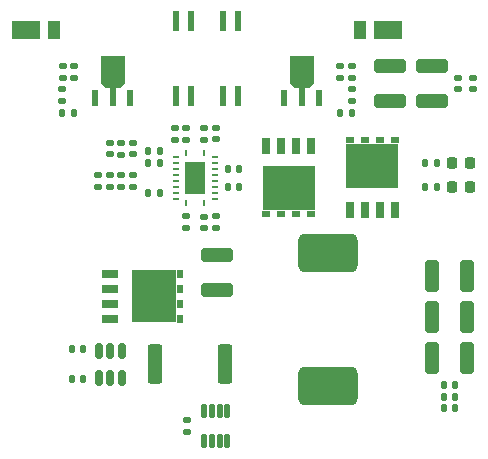
<source format=gbr>
%TF.GenerationSoftware,KiCad,Pcbnew,9.0.2*%
%TF.CreationDate,2025-07-12T23:13:17+01:00*%
%TF.ProjectId,PDB_AURA,5044425f-4155-4524-912e-6b696361645f,rev?*%
%TF.SameCoordinates,Original*%
%TF.FileFunction,Paste,Top*%
%TF.FilePolarity,Positive*%
%FSLAX46Y46*%
G04 Gerber Fmt 4.6, Leading zero omitted, Abs format (unit mm)*
G04 Created by KiCad (PCBNEW 9.0.2) date 2025-07-12 23:13:17*
%MOMM*%
%LPD*%
G01*
G04 APERTURE LIST*
G04 Aperture macros list*
%AMRoundRect*
0 Rectangle with rounded corners*
0 $1 Rounding radius*
0 $2 $3 $4 $5 $6 $7 $8 $9 X,Y pos of 4 corners*
0 Add a 4 corners polygon primitive as box body*
4,1,4,$2,$3,$4,$5,$6,$7,$8,$9,$2,$3,0*
0 Add four circle primitives for the rounded corners*
1,1,$1+$1,$2,$3*
1,1,$1+$1,$4,$5*
1,1,$1+$1,$6,$7*
1,1,$1+$1,$8,$9*
0 Add four rect primitives between the rounded corners*
20,1,$1+$1,$2,$3,$4,$5,0*
20,1,$1+$1,$4,$5,$6,$7,0*
20,1,$1+$1,$6,$7,$8,$9,0*
20,1,$1+$1,$8,$9,$2,$3,0*%
%AMOutline5P*
0 Free polygon, 5 corners , with rotation*
0 The origin of the aperture is its center*
0 number of corners: always 5*
0 $1 to $10 corner X, Y*
0 $11 Rotation angle, in degrees counterclockwise*
0 create outline with 5 corners*
4,1,5,$1,$2,$3,$4,$5,$6,$7,$8,$9,$10,$1,$2,$11*%
%AMOutline6P*
0 Free polygon, 6 corners , with rotation*
0 The origin of the aperture is its center*
0 number of corners: always 6*
0 $1 to $12 corner X, Y*
0 $13 Rotation angle, in degrees counterclockwise*
0 create outline with 6 corners*
4,1,6,$1,$2,$3,$4,$5,$6,$7,$8,$9,$10,$11,$12,$1,$2,$13*%
%AMOutline7P*
0 Free polygon, 7 corners , with rotation*
0 The origin of the aperture is its center*
0 number of corners: always 7*
0 $1 to $14 corner X, Y*
0 $15 Rotation angle, in degrees counterclockwise*
0 create outline with 7 corners*
4,1,7,$1,$2,$3,$4,$5,$6,$7,$8,$9,$10,$11,$12,$13,$14,$1,$2,$15*%
%AMOutline8P*
0 Free polygon, 8 corners , with rotation*
0 The origin of the aperture is its center*
0 number of corners: always 8*
0 $1 to $16 corner X, Y*
0 $17 Rotation angle, in degrees counterclockwise*
0 create outline with 8 corners*
4,1,8,$1,$2,$3,$4,$5,$6,$7,$8,$9,$10,$11,$12,$13,$14,$15,$16,$1,$2,$17*%
G04 Aperture macros list end*
%ADD10RoundRect,0.135000X-0.185000X0.135000X-0.185000X-0.135000X0.185000X-0.135000X0.185000X0.135000X0*%
%ADD11RoundRect,0.250000X-0.325000X-1.100000X0.325000X-1.100000X0.325000X1.100000X-0.325000X1.100000X0*%
%ADD12RoundRect,0.073750X-0.221250X0.736250X-0.221250X-0.736250X0.221250X-0.736250X0.221250X0.736250X0*%
%ADD13RoundRect,0.135000X0.185000X-0.135000X0.185000X0.135000X-0.185000X0.135000X-0.185000X-0.135000X0*%
%ADD14RoundRect,0.135000X0.135000X0.185000X-0.135000X0.185000X-0.135000X-0.185000X0.135000X-0.185000X0*%
%ADD15RoundRect,0.250000X1.100000X-0.325000X1.100000X0.325000X-1.100000X0.325000X-1.100000X-0.325000X0*%
%ADD16RoundRect,0.140000X-0.140000X-0.170000X0.140000X-0.170000X0.140000X0.170000X-0.140000X0.170000X0*%
%ADD17R,0.710000X1.372000*%
%ADD18R,4.520000X3.850000*%
%ADD19R,0.710000X0.590000*%
%ADD20RoundRect,0.140000X0.140000X0.170000X-0.140000X0.170000X-0.140000X-0.170000X0.140000X-0.170000X0*%
%ADD21RoundRect,0.140000X-0.170000X0.140000X-0.170000X-0.140000X0.170000X-0.140000X0.170000X0.140000X0*%
%ADD22RoundRect,0.218750X-0.218750X-0.256250X0.218750X-0.256250X0.218750X0.256250X-0.218750X0.256250X0*%
%ADD23RoundRect,0.140000X0.170000X-0.140000X0.170000X0.140000X-0.170000X0.140000X-0.170000X-0.140000X0*%
%ADD24RoundRect,0.135000X-0.135000X-0.185000X0.135000X-0.185000X0.135000X0.185000X-0.135000X0.185000X0*%
%ADD25R,0.480000X1.400000*%
%ADD26Outline6P,-1.000000X1.362500X1.000000X1.362500X1.000000X-0.962500X0.600000X-1.362500X-0.600000X-1.362500X-1.000000X-0.962500X0.000000*%
%ADD27R,0.560000X1.525000*%
%ADD28R,0.250000X0.600000*%
%ADD29R,0.600000X0.250000*%
%ADD30R,1.700000X2.700000*%
%ADD31RoundRect,0.060000X-0.180000X0.545000X-0.180000X-0.545000X0.180000X-0.545000X0.180000X0.545000X0*%
%ADD32R,1.372000X0.710000*%
%ADD33R,3.850000X4.520000*%
%ADD34R,0.590000X0.710000*%
%ADD35R,2.400000X1.500000*%
%ADD36R,1.050000X1.500000*%
%ADD37RoundRect,0.250000X-0.362500X-1.425000X0.362500X-1.425000X0.362500X1.425000X-0.362500X1.425000X0*%
%ADD38RoundRect,0.487500X-2.012500X1.137500X-2.012500X-1.137500X2.012500X-1.137500X2.012500X1.137500X0*%
%ADD39RoundRect,0.150000X0.150000X-0.512500X0.150000X0.512500X-0.150000X0.512500X-0.150000X-0.512500X0*%
%ADD40RoundRect,0.073750X0.221250X-0.736250X0.221250X0.736250X-0.221250X0.736250X-0.221250X-0.736250X0*%
G04 APERTURE END LIST*
D10*
%TO.C,R202*%
X72250000Y-66240000D03*
X72250000Y-67260000D03*
%TD*%
D11*
%TO.C,C216*%
X94025000Y-78750000D03*
X96975000Y-78750000D03*
%TD*%
D12*
%TO.C,U301*%
X77635000Y-57172500D03*
X76365000Y-57172500D03*
X76365000Y-63562500D03*
X77635000Y-63562500D03*
%TD*%
D13*
%TO.C,R210*%
X75750000Y-74760000D03*
X75750000Y-73740000D03*
%TD*%
%TO.C,R201*%
X73250000Y-67260000D03*
X73250000Y-66240000D03*
%TD*%
D10*
%TO.C,R206*%
X68750000Y-70240000D03*
X68750000Y-71260000D03*
%TD*%
D13*
%TO.C,R200*%
X74750000Y-67260000D03*
X74750000Y-66240000D03*
%TD*%
D14*
%TO.C,R203*%
X71010000Y-71750000D03*
X69990000Y-71750000D03*
%TD*%
D15*
%TO.C,C200*%
X90500000Y-63975000D03*
X90500000Y-61025000D03*
%TD*%
D16*
%TO.C,C207*%
X76770000Y-69750000D03*
X77730000Y-69750000D03*
%TD*%
D11*
%TO.C,C205*%
X94025000Y-85750000D03*
X96975000Y-85750000D03*
%TD*%
D17*
%TO.C,Q200*%
X90905000Y-73211000D03*
D18*
X89000000Y-69500000D03*
D19*
X87095000Y-67280000D03*
X88365000Y-67280000D03*
X89635000Y-67280000D03*
X90905000Y-67280000D03*
D17*
X87095000Y-73211000D03*
X88365000Y-73211000D03*
X89635000Y-73211000D03*
%TD*%
D10*
%TO.C,R209*%
X73250000Y-73740000D03*
X73250000Y-74760000D03*
%TD*%
D20*
%TO.C,C104*%
X64480000Y-85000000D03*
X63520000Y-85000000D03*
%TD*%
D21*
%TO.C,C210*%
X74750000Y-73770000D03*
X74750000Y-74730000D03*
%TD*%
D22*
%TO.C,D200*%
X95712500Y-71250000D03*
X97287500Y-71250000D03*
%TD*%
D23*
%TO.C,C218*%
X97500000Y-62980000D03*
X97500000Y-62020000D03*
%TD*%
D21*
%TO.C,C212*%
X66750000Y-67520000D03*
X66750000Y-68480000D03*
%TD*%
D20*
%TO.C,C211*%
X70980000Y-69250000D03*
X70020000Y-69250000D03*
%TD*%
D24*
%TO.C,R211*%
X93410000Y-71250000D03*
X94430000Y-71250000D03*
%TD*%
D25*
%TO.C,Q300*%
X65500000Y-63688000D03*
D26*
X67000000Y-61500000D03*
D27*
X67000000Y-63625000D03*
D25*
X68500000Y-63688000D03*
%TD*%
D10*
%TO.C,R207*%
X66750000Y-70240000D03*
X66750000Y-71260000D03*
%TD*%
D24*
%TO.C,R208*%
X69990000Y-68250000D03*
X71010000Y-68250000D03*
%TD*%
D28*
%TO.C,U200*%
X73250000Y-68350000D03*
D29*
X72350000Y-68750000D03*
X72350000Y-69250000D03*
X72350000Y-69750000D03*
X72350000Y-70250000D03*
X72350000Y-70750000D03*
X72350000Y-71250000D03*
X72350000Y-71750000D03*
X72350000Y-72250000D03*
D28*
X73250000Y-72650000D03*
X74750000Y-72650000D03*
D29*
X75650000Y-72250000D03*
X75650000Y-71750000D03*
X75650000Y-71250000D03*
X75650000Y-70750000D03*
X75650000Y-70250000D03*
X75650000Y-69750000D03*
X75650000Y-69250000D03*
X75650000Y-68750000D03*
D28*
X74750000Y-68350000D03*
D30*
X74000000Y-70500000D03*
%TD*%
D16*
%TO.C,C202*%
X95020000Y-88000000D03*
X95980000Y-88000000D03*
%TD*%
%TO.C,C209*%
X76770000Y-71250000D03*
X77730000Y-71250000D03*
%TD*%
D17*
%TO.C,Q201*%
X80019000Y-67754000D03*
D19*
X80019000Y-73568000D03*
X81289000Y-73568000D03*
X82559000Y-73568000D03*
X83829000Y-73568000D03*
D18*
X81924000Y-71348000D03*
D17*
X81289000Y-67754000D03*
X82559000Y-67754000D03*
X83829000Y-67754000D03*
%TD*%
D13*
%TO.C,R205*%
X67750000Y-71260000D03*
X67750000Y-70240000D03*
%TD*%
D16*
%TO.C,C203*%
X95020000Y-89000000D03*
X95980000Y-89000000D03*
%TD*%
%TO.C,C101*%
X63540000Y-87500000D03*
X64500000Y-87500000D03*
%TD*%
D24*
%TO.C,R101*%
X93410000Y-69250000D03*
X94430000Y-69250000D03*
%TD*%
D31*
%TO.C,U302*%
X76725000Y-90245000D03*
X76075000Y-90245000D03*
X75425000Y-90245000D03*
X74775000Y-90245000D03*
X74775000Y-92755000D03*
X75425000Y-92755000D03*
X76075000Y-92755000D03*
X76725000Y-92755000D03*
%TD*%
D10*
%TO.C,R204*%
X67750000Y-67490000D03*
X67750000Y-68510000D03*
%TD*%
D11*
%TO.C,C204*%
X94025000Y-82250000D03*
X96975000Y-82250000D03*
%TD*%
D32*
%TO.C,Q100*%
X66789000Y-82405000D03*
D33*
X70500000Y-80500000D03*
D34*
X72720000Y-78595000D03*
X72720000Y-79865000D03*
X72720000Y-81135000D03*
X72720000Y-82405000D03*
D32*
X66789000Y-78595000D03*
X66789000Y-79865000D03*
X66789000Y-81135000D03*
%TD*%
D21*
%TO.C,C214*%
X68750000Y-67520000D03*
X68750000Y-68480000D03*
%TD*%
D35*
%TO.C,D300*%
X59650000Y-58000000D03*
D36*
X62025000Y-58000000D03*
%TD*%
D16*
%TO.C,C215*%
X95020000Y-90000000D03*
X95980000Y-90000000D03*
%TD*%
D23*
%TO.C,C213*%
X65750000Y-71230000D03*
X65750000Y-70270000D03*
%TD*%
D22*
%TO.C,D100*%
X95712500Y-69250000D03*
X97287500Y-69250000D03*
%TD*%
D23*
%TO.C,C217*%
X96250000Y-62980000D03*
X96250000Y-62020000D03*
%TD*%
D24*
%TO.C,R307*%
X86240000Y-65000000D03*
X87260000Y-65000000D03*
%TD*%
D25*
%TO.C,Q301*%
X81500000Y-63688000D03*
D26*
X83000000Y-61500000D03*
D27*
X83000000Y-63625000D03*
D25*
X84500000Y-63688000D03*
%TD*%
D37*
%TO.C,R100*%
X70596500Y-86250000D03*
X76521500Y-86250000D03*
%TD*%
D21*
%TO.C,C300*%
X73280000Y-91020000D03*
X73280000Y-91980000D03*
%TD*%
D10*
%TO.C,R300*%
X62750000Y-62990000D03*
X62750000Y-64010000D03*
%TD*%
%TO.C,R306*%
X87250000Y-62990000D03*
X87250000Y-64010000D03*
%TD*%
D13*
%TO.C,R305*%
X86250000Y-62010000D03*
X86250000Y-60990000D03*
%TD*%
D38*
%TO.C,L200*%
X85250000Y-76875000D03*
X85250000Y-88125000D03*
%TD*%
D14*
%TO.C,R301*%
X63760000Y-65000000D03*
X62740000Y-65000000D03*
%TD*%
D13*
%TO.C,R302*%
X62760000Y-62010000D03*
X62760000Y-60990000D03*
%TD*%
D23*
%TO.C,C208*%
X75750000Y-67230000D03*
X75750000Y-66270000D03*
%TD*%
D13*
%TO.C,R303*%
X63750000Y-62010000D03*
X63750000Y-60990000D03*
%TD*%
D15*
%TO.C,C102*%
X75809000Y-79975000D03*
X75809000Y-77025000D03*
%TD*%
D35*
%TO.C,D301*%
X90350000Y-58000000D03*
D36*
X87975000Y-58000000D03*
%TD*%
D39*
%TO.C,U100*%
X65859000Y-87387500D03*
X66809000Y-87387500D03*
X67759000Y-87387500D03*
X67759000Y-85112500D03*
X66809000Y-85112500D03*
X65859000Y-85112500D03*
%TD*%
D13*
%TO.C,R304*%
X87250000Y-62010000D03*
X87250000Y-60990000D03*
%TD*%
D15*
%TO.C,C201*%
X94000000Y-63975000D03*
X94000000Y-61025000D03*
%TD*%
D40*
%TO.C,U300*%
X72365000Y-63562500D03*
X73635000Y-63562500D03*
X73635000Y-57172500D03*
X72365000Y-57172500D03*
%TD*%
M02*

</source>
